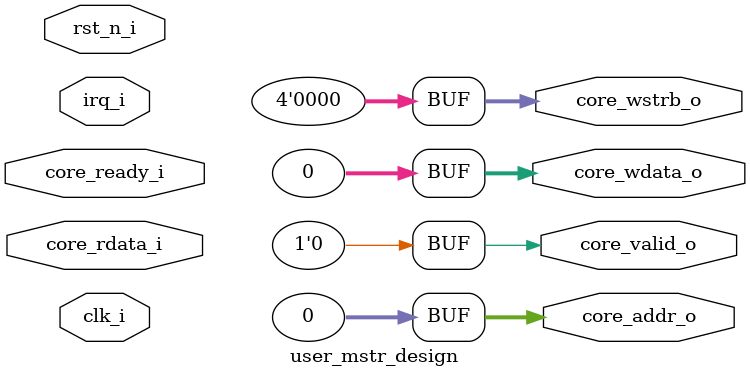
<source format=sv>
module user_mstr_design (
    (* keep *) input  logic        clk_i,
    (* keep *) input  logic        rst_n_i,
    (* keep *) output logic        core_valid_o,
    (* keep *) output logic [31:0] core_addr_o,
    (* keep *) output logic [31:0] core_wdata_o,
    (* keep *) output logic [ 3:0] core_wstrb_o,
    (* keep *) input  logic [31:0] core_rdata_i,
    (* keep *) input  logic        core_ready_i,
    (* keep *) input  logic [31:0] irq_i
);

  // balabala
  assign core_valid_o = '0;
  assign core_addr_o  = '0;
  assign core_wdata_o = '0;
  assign core_wstrb_o = '0;
endmodule

</source>
